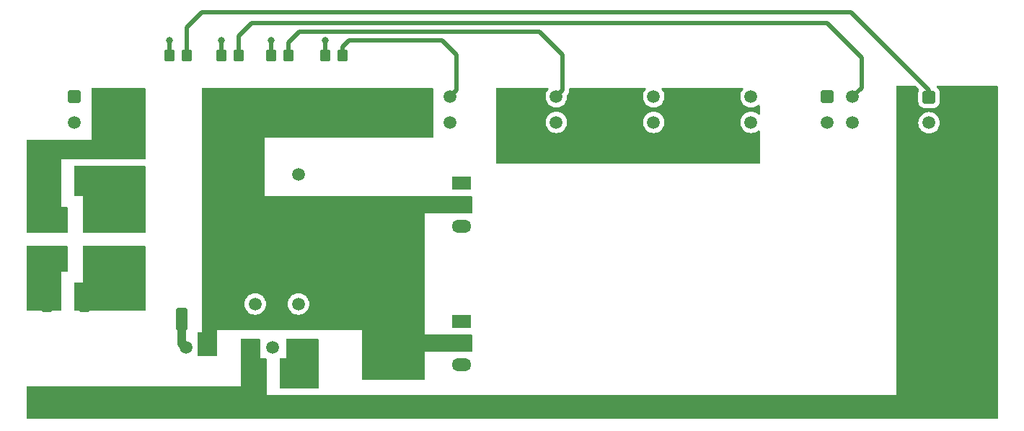
<source format=gbr>
%TF.GenerationSoftware,KiCad,Pcbnew,(6.0.1)*%
%TF.CreationDate,2022-06-01T15:29:54+03:00*%
%TF.ProjectId,Supply_Power,53757070-6c79-45f5-906f-7765722e6b69,rev?*%
%TF.SameCoordinates,Original*%
%TF.FileFunction,Copper,L2,Bot*%
%TF.FilePolarity,Positive*%
%FSLAX46Y46*%
G04 Gerber Fmt 4.6, Leading zero omitted, Abs format (unit mm)*
G04 Created by KiCad (PCBNEW (6.0.1)) date 2022-06-01 15:29:54*
%MOMM*%
%LPD*%
G01*
G04 APERTURE LIST*
G04 Aperture macros list*
%AMRoundRect*
0 Rectangle with rounded corners*
0 $1 Rounding radius*
0 $2 $3 $4 $5 $6 $7 $8 $9 X,Y pos of 4 corners*
0 Add a 4 corners polygon primitive as box body*
4,1,4,$2,$3,$4,$5,$6,$7,$8,$9,$2,$3,0*
0 Add four circle primitives for the rounded corners*
1,1,$1+$1,$2,$3*
1,1,$1+$1,$4,$5*
1,1,$1+$1,$6,$7*
1,1,$1+$1,$8,$9*
0 Add four rect primitives between the rounded corners*
20,1,$1+$1,$2,$3,$4,$5,0*
20,1,$1+$1,$4,$5,$6,$7,0*
20,1,$1+$1,$6,$7,$8,$9,0*
20,1,$1+$1,$8,$9,$2,$3,0*%
G04 Aperture macros list end*
%TA.AperFunction,ComponentPad*%
%ADD10RoundRect,0.250001X-0.499999X-0.499999X0.499999X-0.499999X0.499999X0.499999X-0.499999X0.499999X0*%
%TD*%
%TA.AperFunction,ComponentPad*%
%ADD11C,1.500000*%
%TD*%
%TA.AperFunction,ComponentPad*%
%ADD12R,2.300000X1.500000*%
%TD*%
%TA.AperFunction,ComponentPad*%
%ADD13O,2.300000X1.500000*%
%TD*%
%TA.AperFunction,SMDPad,CuDef*%
%ADD14RoundRect,0.250000X-0.400000X-1.450000X0.400000X-1.450000X0.400000X1.450000X-0.400000X1.450000X0*%
%TD*%
%TA.AperFunction,SMDPad,CuDef*%
%ADD15RoundRect,0.250000X0.350000X0.450000X-0.350000X0.450000X-0.350000X-0.450000X0.350000X-0.450000X0*%
%TD*%
%TA.AperFunction,SMDPad,CuDef*%
%ADD16RoundRect,0.250000X0.412500X1.100000X-0.412500X1.100000X-0.412500X-1.100000X0.412500X-1.100000X0*%
%TD*%
%TA.AperFunction,SMDPad,CuDef*%
%ADD17RoundRect,0.250000X-0.412500X-1.100000X0.412500X-1.100000X0.412500X1.100000X-0.412500X1.100000X0*%
%TD*%
%TA.AperFunction,SMDPad,CuDef*%
%ADD18RoundRect,0.250000X-1.100000X0.412500X-1.100000X-0.412500X1.100000X-0.412500X1.100000X0.412500X0*%
%TD*%
%TA.AperFunction,ViaPad*%
%ADD19C,0.800000*%
%TD*%
%TA.AperFunction,Conductor*%
%ADD20C,1.000000*%
%TD*%
%TA.AperFunction,Conductor*%
%ADD21C,0.500000*%
%TD*%
G04 APERTURE END LIST*
D10*
%TO.P,J7,1,Pin_1*%
%TO.N,GND*%
X124738000Y-34589000D03*
D11*
%TO.P,J7,2,Pin_2*%
%TO.N,+5V*%
X127738000Y-34589000D03*
%TO.P,J7,3,Pin_3*%
%TO.N,GND*%
X124738000Y-37589000D03*
%TO.P,J7,4,Pin_4*%
%TO.N,+5V*%
X127738000Y-37589000D03*
%TD*%
%TO.P,D3,2,-Vin*%
%TO.N,Net-(C5-Pad2)*%
X51746000Y-58928000D03*
%TO.P,D3,3,-Vin*%
X54286000Y-58928000D03*
%TO.P,D3,9*%
%TO.N,unconnected-(D3-Pad9)*%
X69526000Y-58928000D03*
%TO.P,D3,11*%
%TO.N,unconnected-(D3-Pad11)*%
X74606000Y-58928000D03*
%TO.P,D3,14,+Vout*%
%TO.N,+15V*%
X74606000Y-43688000D03*
%TO.P,D3,16,-Vout*%
%TO.N,GND*%
X69526000Y-43688000D03*
%TO.P,D3,22,+Vin*%
%TO.N,Net-(C5-Pad1)*%
X54286000Y-43688000D03*
%TO.P,D3,23,+Vin*%
X51746000Y-43688000D03*
%TD*%
D10*
%TO.P,J3,1,Pin_1*%
%TO.N,GND*%
X89432000Y-34589000D03*
D11*
%TO.P,J3,2,Pin_2*%
%TO.N,+15V*%
X92432000Y-34589000D03*
%TO.P,J3,3,Pin_3*%
%TO.N,GND*%
X89432000Y-37589000D03*
%TO.P,J3,4,Pin_4*%
%TO.N,+15V*%
X92432000Y-37589000D03*
%TD*%
D10*
%TO.P,J5,1,Pin_1*%
%TO.N,GND*%
X101878000Y-34589000D03*
D11*
%TO.P,J5,2,Pin_2*%
%TO.N,+5V*%
X104878000Y-34589000D03*
%TO.P,J5,3,Pin_3*%
%TO.N,GND*%
X101878000Y-37589000D03*
%TO.P,J5,4,Pin_4*%
%TO.N,+5V*%
X104878000Y-37589000D03*
%TD*%
D12*
%TO.P,U2,1,IN*%
%TO.N,Net-(C12-Pad1)*%
X93726000Y-60960000D03*
D13*
%TO.P,U2,2,GND*%
%TO.N,GND*%
X93726000Y-63500000D03*
%TO.P,U2,3,OUT*%
%TO.N,+3V3*%
X93726000Y-66040000D03*
%TD*%
D11*
%TO.P,D2,1,+Vin*%
%TO.N,+15V*%
X61375000Y-64032000D03*
%TO.P,D2,2,-Vin*%
%TO.N,GND*%
X63915000Y-64032000D03*
%TO.P,D2,4,-Vout*%
%TO.N,GND2*%
X68995000Y-64032000D03*
%TO.P,D2,5*%
%TO.N,N/C*%
X71565000Y-64032000D03*
%TO.P,D2,6,+Vout*%
%TO.N,+5VD*%
X74075000Y-64032000D03*
%TD*%
D12*
%TO.P,U1,1,IN*%
%TO.N,Net-(C9-Pad1)*%
X93726000Y-44704000D03*
D13*
%TO.P,U1,2,GND*%
%TO.N,GND*%
X93726000Y-47244000D03*
%TO.P,U1,3,OUT*%
%TO.N,+5V*%
X93726000Y-49784000D03*
%TD*%
D10*
%TO.P,J1,1,Pin_1*%
%TO.N,GND*%
X136676000Y-34589000D03*
D11*
%TO.P,J1,2,Pin_2*%
%TO.N,+3V3*%
X139676000Y-34589000D03*
%TO.P,J1,3,Pin_3*%
%TO.N,GND*%
X136676000Y-37589000D03*
%TO.P,J1,4,Pin_4*%
%TO.N,+3V3*%
X139676000Y-37589000D03*
%TD*%
D10*
%TO.P,J2,1,Pin_1*%
%TO.N,GNDD*%
X48284000Y-34589000D03*
D11*
%TO.P,J2,2,Pin_2*%
%TO.N,V_IN_SUPPLY*%
X51284000Y-34589000D03*
%TO.P,J2,3,Pin_3*%
%TO.N,GNDD*%
X48284000Y-37589000D03*
%TO.P,J2,4,Pin_4*%
%TO.N,V_IN_SUPPLY*%
X51284000Y-37589000D03*
%TD*%
D10*
%TO.P,J4,1,Pin_1*%
%TO.N,+5VD*%
X148638000Y-34634000D03*
D11*
%TO.P,J4,2,Pin_2*%
%TO.N,GND2*%
X151638000Y-34634000D03*
%TO.P,J4,3,Pin_3*%
%TO.N,+5VD*%
X148638000Y-37634000D03*
%TO.P,J4,4,Pin_4*%
%TO.N,GND2*%
X151638000Y-37634000D03*
%TD*%
D10*
%TO.P,J6,1,Pin_1*%
%TO.N,GND*%
X113308000Y-34589000D03*
D11*
%TO.P,J6,2,Pin_2*%
%TO.N,+5V*%
X116308000Y-34589000D03*
%TO.P,J6,3,Pin_3*%
%TO.N,GND*%
X113308000Y-37589000D03*
%TO.P,J6,4,Pin_4*%
%TO.N,+5V*%
X116308000Y-37589000D03*
%TD*%
D14*
%TO.P,L2,1*%
%TO.N,GNDD*%
X45019000Y-58166000D03*
%TO.P,L2,2*%
%TO.N,Net-(C5-Pad2)*%
X49469000Y-58166000D03*
%TD*%
D15*
%TO.P,R20,1*%
%TO.N,+5VD*%
X61452000Y-29718000D03*
%TO.P,R20,2*%
%TO.N,Net-(D7-Pad2)*%
X59452000Y-29718000D03*
%TD*%
D16*
%TO.P,C6,1*%
%TO.N,+5VD*%
X73190500Y-67056000D03*
%TO.P,C6,2*%
%TO.N,GND2*%
X70065500Y-67056000D03*
%TD*%
D15*
%TO.P,R18,1*%
%TO.N,+5V*%
X73390000Y-29718000D03*
%TO.P,R18,2*%
%TO.N,Net-(D5-Pad2)*%
X71390000Y-29718000D03*
%TD*%
%TO.P,R19,1*%
%TO.N,+3V3*%
X67548000Y-29718000D03*
%TO.P,R19,2*%
%TO.N,Net-(D6-Pad2)*%
X65548000Y-29718000D03*
%TD*%
D17*
%TO.P,C3,1*%
%TO.N,+15V*%
X60921500Y-60706000D03*
%TO.P,C3,2*%
%TO.N,GND*%
X64046500Y-60706000D03*
%TD*%
D18*
%TO.P,C5,1*%
%TO.N,Net-(C5-Pad1)*%
X53086000Y-49745500D03*
%TO.P,C5,2*%
%TO.N,Net-(C5-Pad2)*%
X53086000Y-52870500D03*
%TD*%
D14*
%TO.P,L1,1*%
%TO.N,V_IN_SUPPLY*%
X45019000Y-44450000D03*
%TO.P,L1,2*%
%TO.N,Net-(C5-Pad1)*%
X49469000Y-44450000D03*
%TD*%
D18*
%TO.P,C2,1*%
%TO.N,V_IN_SUPPLY*%
X45974000Y-49745500D03*
%TO.P,C2,2*%
%TO.N,GNDD*%
X45974000Y-52870500D03*
%TD*%
D15*
%TO.P,R17,1*%
%TO.N,+15V*%
X79740000Y-29718000D03*
%TO.P,R17,2*%
%TO.N,Net-(D4-Pad2)*%
X77740000Y-29718000D03*
%TD*%
D19*
%TO.N,GNDD*%
X45212000Y-55118000D03*
X43688000Y-56642000D03*
X43688000Y-58166000D03*
X43688000Y-55118000D03*
%TO.N,GND*%
X85598000Y-49784000D03*
X85598000Y-67310000D03*
X85598000Y-51054000D03*
X85598000Y-66294000D03*
%TO.N,+5VD*%
X75438000Y-67056000D03*
X75438000Y-65786000D03*
X75438000Y-68326000D03*
%TO.N,GND2*%
X57658000Y-69342000D03*
%TO.N,Net-(D4-Pad2)*%
X77715000Y-27931000D03*
%TO.N,Net-(D5-Pad2)*%
X71374000Y-27940000D03*
%TO.N,Net-(D6-Pad2)*%
X65532000Y-27940000D03*
%TO.N,Net-(D7-Pad2)*%
X59427000Y-27949000D03*
%TD*%
D20*
%TO.N,GNDD*%
X46010500Y-52907000D02*
X45974000Y-52870500D01*
%TO.N,+15V*%
X60921500Y-60706000D02*
X60921500Y-63578500D01*
D21*
X92432000Y-34589000D02*
X93182000Y-33839000D01*
X80518000Y-27940000D02*
X79740000Y-28718000D01*
D20*
X60921500Y-63578500D02*
X61375000Y-64032000D01*
D21*
X79740000Y-28718000D02*
X79740000Y-29718000D01*
X93182000Y-33839000D02*
X93182000Y-29691249D01*
X93182000Y-29691249D02*
X91430751Y-27940000D01*
X91430751Y-27940000D02*
X80518000Y-27940000D01*
%TO.N,+5VD*%
X61452000Y-26432000D02*
X63246000Y-24638000D01*
X61452000Y-29718000D02*
X61452000Y-26432000D01*
X139446000Y-24638000D02*
X148638000Y-33830000D01*
X63246000Y-24638000D02*
X139446000Y-24638000D01*
X148638000Y-33830000D02*
X148638000Y-34634000D01*
%TO.N,+5V*%
X105628000Y-29691249D02*
X102860751Y-26924000D01*
X74676000Y-26924000D02*
X73390000Y-28210000D01*
X73390000Y-28210000D02*
X73390000Y-29718000D01*
X105628000Y-33839000D02*
X105628000Y-29691249D01*
X102860751Y-26924000D02*
X74676000Y-26924000D01*
X104878000Y-34589000D02*
X105628000Y-33839000D01*
%TO.N,+3V3*%
X136642751Y-25908000D02*
X140716000Y-29981249D01*
X67548000Y-29718000D02*
X67548000Y-27448000D01*
X140716000Y-33549000D02*
X139676000Y-34589000D01*
X140716000Y-29981249D02*
X140716000Y-33549000D01*
X69088000Y-25908000D02*
X136642751Y-25908000D01*
X67548000Y-27448000D02*
X69088000Y-25908000D01*
%TO.N,Net-(D4-Pad2)*%
X77715000Y-27931000D02*
X77715000Y-29693000D01*
X77715000Y-29693000D02*
X77740000Y-29718000D01*
%TO.N,Net-(D5-Pad2)*%
X71390000Y-27956000D02*
X71365000Y-27931000D01*
X71390000Y-29718000D02*
X71390000Y-27956000D01*
%TO.N,Net-(D6-Pad2)*%
X65532000Y-29702000D02*
X65548000Y-29718000D01*
X65532000Y-27940000D02*
X65532000Y-29702000D01*
%TO.N,Net-(D7-Pad2)*%
X59427000Y-27949000D02*
X59427000Y-29693000D01*
X59427000Y-29693000D02*
X59452000Y-29718000D01*
%TD*%
%TA.AperFunction,Conductor*%
%TO.N,Net-(C5-Pad1)*%
G36*
X56584121Y-42692002D02*
G01*
X56630614Y-42745658D01*
X56642000Y-42798000D01*
X56642000Y-50420000D01*
X56621998Y-50488121D01*
X56568342Y-50534614D01*
X56516000Y-50546000D01*
X49402000Y-50546000D01*
X49333879Y-50525998D01*
X49287386Y-50472342D01*
X49276000Y-50420000D01*
X49276000Y-46228000D01*
X48386000Y-46228000D01*
X48317879Y-46207998D01*
X48271386Y-46154342D01*
X48260000Y-46102000D01*
X48260000Y-42798000D01*
X48280002Y-42729879D01*
X48333658Y-42683386D01*
X48386000Y-42672000D01*
X56516000Y-42672000D01*
X56584121Y-42692002D01*
G37*
%TD.AperFunction*%
%TD*%
%TA.AperFunction,Conductor*%
%TO.N,GND*%
G36*
X103923144Y-33548002D02*
G01*
X103969637Y-33601658D01*
X103979741Y-33671932D01*
X103950247Y-33736512D01*
X103944118Y-33743095D01*
X103910251Y-33776962D01*
X103907094Y-33781470D01*
X103907092Y-33781473D01*
X103800719Y-33933390D01*
X103783944Y-33957347D01*
X103781621Y-33962329D01*
X103781618Y-33962334D01*
X103762050Y-34004299D01*
X103690880Y-34156924D01*
X103633885Y-34369629D01*
X103614693Y-34589000D01*
X103633885Y-34808371D01*
X103690880Y-35021076D01*
X103693205Y-35026061D01*
X103781618Y-35215666D01*
X103781621Y-35215671D01*
X103783944Y-35220653D01*
X103910251Y-35401038D01*
X104065962Y-35556749D01*
X104246346Y-35683056D01*
X104445924Y-35776120D01*
X104658629Y-35833115D01*
X104878000Y-35852307D01*
X105097371Y-35833115D01*
X105310076Y-35776120D01*
X105509654Y-35683056D01*
X105690038Y-35556749D01*
X105845749Y-35401038D01*
X105972056Y-35220653D01*
X105974379Y-35215671D01*
X105974382Y-35215666D01*
X106062795Y-35026061D01*
X106065120Y-35021076D01*
X106122115Y-34808371D01*
X106141307Y-34589000D01*
X106131407Y-34475842D01*
X106145396Y-34406239D01*
X106160903Y-34383283D01*
X106183035Y-34357232D01*
X106189965Y-34349716D01*
X106195660Y-34344021D01*
X106213281Y-34321749D01*
X106216072Y-34318345D01*
X106258591Y-34268297D01*
X106258592Y-34268295D01*
X106263333Y-34262715D01*
X106266661Y-34256199D01*
X106270028Y-34251150D01*
X106273195Y-34246021D01*
X106277734Y-34240284D01*
X106308655Y-34174125D01*
X106310561Y-34170225D01*
X106317353Y-34156924D01*
X106343769Y-34105192D01*
X106345508Y-34098084D01*
X106347607Y-34092441D01*
X106349524Y-34086678D01*
X106352622Y-34080050D01*
X106367487Y-34008583D01*
X106368457Y-34004299D01*
X106385808Y-33933390D01*
X106386500Y-33922236D01*
X106386536Y-33922238D01*
X106386775Y-33918245D01*
X106387149Y-33914053D01*
X106388640Y-33906885D01*
X106386546Y-33829479D01*
X106386500Y-33826072D01*
X106386500Y-33654000D01*
X106406502Y-33585879D01*
X106460158Y-33539386D01*
X106512500Y-33528000D01*
X115285023Y-33528000D01*
X115353144Y-33548002D01*
X115399637Y-33601658D01*
X115409741Y-33671932D01*
X115380247Y-33736512D01*
X115374118Y-33743095D01*
X115340251Y-33776962D01*
X115337094Y-33781470D01*
X115337092Y-33781473D01*
X115230719Y-33933390D01*
X115213944Y-33957347D01*
X115211621Y-33962329D01*
X115211618Y-33962334D01*
X115192050Y-34004299D01*
X115120880Y-34156924D01*
X115063885Y-34369629D01*
X115044693Y-34589000D01*
X115063885Y-34808371D01*
X115120880Y-35021076D01*
X115123205Y-35026061D01*
X115211618Y-35215666D01*
X115211621Y-35215671D01*
X115213944Y-35220653D01*
X115340251Y-35401038D01*
X115495962Y-35556749D01*
X115676346Y-35683056D01*
X115875924Y-35776120D01*
X116088629Y-35833115D01*
X116308000Y-35852307D01*
X116527371Y-35833115D01*
X116740076Y-35776120D01*
X116939654Y-35683056D01*
X117120038Y-35556749D01*
X117275749Y-35401038D01*
X117402056Y-35220653D01*
X117404379Y-35215671D01*
X117404382Y-35215666D01*
X117492795Y-35026061D01*
X117495120Y-35021076D01*
X117552115Y-34808371D01*
X117571307Y-34589000D01*
X117552115Y-34369629D01*
X117495120Y-34156924D01*
X117423950Y-34004299D01*
X117404382Y-33962334D01*
X117404379Y-33962329D01*
X117402056Y-33957347D01*
X117385281Y-33933390D01*
X117278908Y-33781473D01*
X117278906Y-33781470D01*
X117275749Y-33776962D01*
X117241882Y-33743095D01*
X117207856Y-33680783D01*
X117212921Y-33609968D01*
X117255468Y-33553132D01*
X117321988Y-33528321D01*
X117330977Y-33528000D01*
X126715023Y-33528000D01*
X126783144Y-33548002D01*
X126829637Y-33601658D01*
X126839741Y-33671932D01*
X126810247Y-33736512D01*
X126804118Y-33743095D01*
X126770251Y-33776962D01*
X126767094Y-33781470D01*
X126767092Y-33781473D01*
X126660719Y-33933390D01*
X126643944Y-33957347D01*
X126641621Y-33962329D01*
X126641618Y-33962334D01*
X126622050Y-34004299D01*
X126550880Y-34156924D01*
X126493885Y-34369629D01*
X126474693Y-34589000D01*
X126493885Y-34808371D01*
X126550880Y-35021076D01*
X126553205Y-35026061D01*
X126641618Y-35215666D01*
X126641621Y-35215671D01*
X126643944Y-35220653D01*
X126770251Y-35401038D01*
X126925962Y-35556749D01*
X127106346Y-35683056D01*
X127305924Y-35776120D01*
X127518629Y-35833115D01*
X127738000Y-35852307D01*
X127957371Y-35833115D01*
X128170076Y-35776120D01*
X128369654Y-35683056D01*
X128550038Y-35556749D01*
X128562905Y-35543882D01*
X128625217Y-35509856D01*
X128696032Y-35514921D01*
X128752868Y-35557468D01*
X128777679Y-35623988D01*
X128778000Y-35632977D01*
X128778000Y-36545023D01*
X128757998Y-36613144D01*
X128704342Y-36659637D01*
X128634068Y-36669741D01*
X128569488Y-36640247D01*
X128562905Y-36634118D01*
X128550038Y-36621251D01*
X128538461Y-36613144D01*
X128441174Y-36545023D01*
X128369654Y-36494944D01*
X128170076Y-36401880D01*
X127957371Y-36344885D01*
X127738000Y-36325693D01*
X127518629Y-36344885D01*
X127305924Y-36401880D01*
X127212562Y-36445415D01*
X127111334Y-36492618D01*
X127111329Y-36492621D01*
X127106347Y-36494944D01*
X127101840Y-36498100D01*
X127101838Y-36498101D01*
X126930473Y-36618092D01*
X126930470Y-36618094D01*
X126925962Y-36621251D01*
X126770251Y-36776962D01*
X126643944Y-36957347D01*
X126641621Y-36962329D01*
X126641618Y-36962334D01*
X126594415Y-37063562D01*
X126550880Y-37156924D01*
X126493885Y-37369629D01*
X126474693Y-37589000D01*
X126493885Y-37808371D01*
X126550880Y-38021076D01*
X126553205Y-38026061D01*
X126641618Y-38215666D01*
X126641621Y-38215671D01*
X126643944Y-38220653D01*
X126770251Y-38401038D01*
X126925962Y-38556749D01*
X127106346Y-38683056D01*
X127305924Y-38776120D01*
X127518629Y-38833115D01*
X127738000Y-38852307D01*
X127957371Y-38833115D01*
X128170076Y-38776120D01*
X128369654Y-38683056D01*
X128550038Y-38556749D01*
X128562905Y-38543882D01*
X128625217Y-38509856D01*
X128696032Y-38514921D01*
X128752868Y-38557468D01*
X128777679Y-38623988D01*
X128778000Y-38632977D01*
X128778000Y-42292000D01*
X128757998Y-42360121D01*
X128704342Y-42406614D01*
X128652000Y-42418000D01*
X97916000Y-42418000D01*
X97847879Y-42397998D01*
X97801386Y-42344342D01*
X97790000Y-42292000D01*
X97790000Y-37589000D01*
X103614693Y-37589000D01*
X103633885Y-37808371D01*
X103690880Y-38021076D01*
X103693205Y-38026061D01*
X103781618Y-38215666D01*
X103781621Y-38215671D01*
X103783944Y-38220653D01*
X103910251Y-38401038D01*
X104065962Y-38556749D01*
X104246346Y-38683056D01*
X104445924Y-38776120D01*
X104658629Y-38833115D01*
X104878000Y-38852307D01*
X105097371Y-38833115D01*
X105310076Y-38776120D01*
X105509654Y-38683056D01*
X105690038Y-38556749D01*
X105845749Y-38401038D01*
X105972056Y-38220653D01*
X105974379Y-38215671D01*
X105974382Y-38215666D01*
X106062795Y-38026061D01*
X106065120Y-38021076D01*
X106122115Y-37808371D01*
X106141307Y-37589000D01*
X115044693Y-37589000D01*
X115063885Y-37808371D01*
X115120880Y-38021076D01*
X115123205Y-38026061D01*
X115211618Y-38215666D01*
X115211621Y-38215671D01*
X115213944Y-38220653D01*
X115340251Y-38401038D01*
X115495962Y-38556749D01*
X115676346Y-38683056D01*
X115875924Y-38776120D01*
X116088629Y-38833115D01*
X116308000Y-38852307D01*
X116527371Y-38833115D01*
X116740076Y-38776120D01*
X116939654Y-38683056D01*
X117120038Y-38556749D01*
X117275749Y-38401038D01*
X117402056Y-38220653D01*
X117404379Y-38215671D01*
X117404382Y-38215666D01*
X117492795Y-38026061D01*
X117495120Y-38021076D01*
X117552115Y-37808371D01*
X117571307Y-37589000D01*
X117552115Y-37369629D01*
X117495120Y-37156924D01*
X117451585Y-37063562D01*
X117404382Y-36962334D01*
X117404379Y-36962329D01*
X117402056Y-36957347D01*
X117275749Y-36776962D01*
X117120038Y-36621251D01*
X117108461Y-36613144D01*
X117011174Y-36545023D01*
X116939654Y-36494944D01*
X116740076Y-36401880D01*
X116527371Y-36344885D01*
X116308000Y-36325693D01*
X116088629Y-36344885D01*
X115875924Y-36401880D01*
X115782562Y-36445415D01*
X115681334Y-36492618D01*
X115681329Y-36492621D01*
X115676347Y-36494944D01*
X115671840Y-36498100D01*
X115671838Y-36498101D01*
X115500473Y-36618092D01*
X115500470Y-36618094D01*
X115495962Y-36621251D01*
X115340251Y-36776962D01*
X115213944Y-36957347D01*
X115211621Y-36962329D01*
X115211618Y-36962334D01*
X115164415Y-37063562D01*
X115120880Y-37156924D01*
X115063885Y-37369629D01*
X115044693Y-37589000D01*
X106141307Y-37589000D01*
X106122115Y-37369629D01*
X106065120Y-37156924D01*
X106021585Y-37063562D01*
X105974382Y-36962334D01*
X105974379Y-36962329D01*
X105972056Y-36957347D01*
X105845749Y-36776962D01*
X105690038Y-36621251D01*
X105678461Y-36613144D01*
X105581174Y-36545023D01*
X105509654Y-36494944D01*
X105310076Y-36401880D01*
X105097371Y-36344885D01*
X104878000Y-36325693D01*
X104658629Y-36344885D01*
X104445924Y-36401880D01*
X104352562Y-36445415D01*
X104251334Y-36492618D01*
X104251329Y-36492621D01*
X104246347Y-36494944D01*
X104241840Y-36498100D01*
X104241838Y-36498101D01*
X104070473Y-36618092D01*
X104070470Y-36618094D01*
X104065962Y-36621251D01*
X103910251Y-36776962D01*
X103783944Y-36957347D01*
X103781621Y-36962329D01*
X103781618Y-36962334D01*
X103734415Y-37063562D01*
X103690880Y-37156924D01*
X103633885Y-37369629D01*
X103614693Y-37589000D01*
X97790000Y-37589000D01*
X97790000Y-33654000D01*
X97810002Y-33585879D01*
X97863658Y-33539386D01*
X97916000Y-33528000D01*
X103855023Y-33528000D01*
X103923144Y-33548002D01*
G37*
%TD.AperFunction*%
%TD*%
%TA.AperFunction,Conductor*%
%TO.N,GND2*%
G36*
X70046121Y-63012002D02*
G01*
X70092614Y-63065658D01*
X70104000Y-63118000D01*
X70104000Y-65278000D01*
X70740000Y-65278000D01*
X70808121Y-65298002D01*
X70854614Y-65351658D01*
X70866000Y-65404000D01*
X70866000Y-68834000D01*
X67818000Y-68834000D01*
X67818000Y-63118000D01*
X67838002Y-63049879D01*
X67891658Y-63003386D01*
X67944000Y-62992000D01*
X69978000Y-62992000D01*
X70046121Y-63012002D01*
G37*
%TD.AperFunction*%
%TD*%
%TA.AperFunction,Conductor*%
%TO.N,GND2*%
G36*
X147025250Y-33294002D02*
G01*
X147046224Y-33310905D01*
X147416160Y-33680841D01*
X147450186Y-33743153D01*
X147445328Y-33811077D01*
X147445885Y-33811262D01*
X147444480Y-33815499D01*
X147444478Y-33815503D01*
X147397431Y-33957347D01*
X147390203Y-33979139D01*
X147379500Y-34083600D01*
X147379500Y-35184400D01*
X147379837Y-35187646D01*
X147379837Y-35187650D01*
X147385670Y-35243861D01*
X147390474Y-35290165D01*
X147446450Y-35457945D01*
X147539522Y-35608348D01*
X147664697Y-35733305D01*
X147670927Y-35737145D01*
X147670928Y-35737146D01*
X147808090Y-35821694D01*
X147815262Y-35826115D01*
X147879736Y-35847500D01*
X147976611Y-35879632D01*
X147976613Y-35879632D01*
X147983139Y-35881797D01*
X147989975Y-35882497D01*
X147989978Y-35882498D01*
X148033031Y-35886909D01*
X148087600Y-35892500D01*
X149188400Y-35892500D01*
X149191646Y-35892163D01*
X149191650Y-35892163D01*
X149287307Y-35882238D01*
X149287311Y-35882237D01*
X149294165Y-35881526D01*
X149300701Y-35879345D01*
X149300703Y-35879345D01*
X149439270Y-35833115D01*
X149461945Y-35825550D01*
X149612348Y-35732478D01*
X149737305Y-35607303D01*
X149741146Y-35601072D01*
X149826275Y-35462968D01*
X149826276Y-35462966D01*
X149830115Y-35456738D01*
X149885797Y-35288861D01*
X149896500Y-35184400D01*
X149896500Y-34083600D01*
X149891831Y-34038600D01*
X149886238Y-33984693D01*
X149886237Y-33984689D01*
X149885526Y-33977835D01*
X149829550Y-33810055D01*
X149736478Y-33659652D01*
X149691400Y-33614652D01*
X149616483Y-33539866D01*
X149611303Y-33534695D01*
X149566795Y-33507259D01*
X149519302Y-33454488D01*
X149507878Y-33384416D01*
X149536152Y-33319293D01*
X149595146Y-33279793D01*
X149632911Y-33274000D01*
X156592000Y-33274000D01*
X156660121Y-33294002D01*
X156706614Y-33347658D01*
X156718000Y-33400000D01*
X156718000Y-72264000D01*
X156697998Y-72332121D01*
X156644342Y-72378614D01*
X156592000Y-72390000D01*
X42798000Y-72390000D01*
X42729879Y-72369998D01*
X42683386Y-72316342D01*
X42672000Y-72264000D01*
X42672000Y-68706000D01*
X42692002Y-68637879D01*
X42745658Y-68591386D01*
X42798000Y-68580000D01*
X70866000Y-68580000D01*
X70866000Y-69596000D01*
X144780000Y-69596000D01*
X144780000Y-37634000D01*
X147374693Y-37634000D01*
X147393885Y-37853371D01*
X147450880Y-38066076D01*
X147453205Y-38071061D01*
X147541618Y-38260666D01*
X147541621Y-38260671D01*
X147543944Y-38265653D01*
X147547100Y-38270160D01*
X147547101Y-38270162D01*
X147638742Y-38401038D01*
X147670251Y-38446038D01*
X147825962Y-38601749D01*
X148006346Y-38728056D01*
X148205924Y-38821120D01*
X148418629Y-38878115D01*
X148638000Y-38897307D01*
X148857371Y-38878115D01*
X149070076Y-38821120D01*
X149269654Y-38728056D01*
X149450038Y-38601749D01*
X149605749Y-38446038D01*
X149637259Y-38401038D01*
X149728899Y-38270162D01*
X149728900Y-38270160D01*
X149732056Y-38265653D01*
X149734379Y-38260671D01*
X149734382Y-38260666D01*
X149822795Y-38071061D01*
X149825120Y-38066076D01*
X149882115Y-37853371D01*
X149901307Y-37634000D01*
X149882115Y-37414629D01*
X149825120Y-37201924D01*
X149781585Y-37108562D01*
X149734382Y-37007334D01*
X149734379Y-37007329D01*
X149732056Y-37002347D01*
X149605749Y-36821962D01*
X149450038Y-36666251D01*
X149269654Y-36539944D01*
X149070076Y-36446880D01*
X148857371Y-36389885D01*
X148638000Y-36370693D01*
X148418629Y-36389885D01*
X148205924Y-36446880D01*
X148112562Y-36490415D01*
X148011334Y-36537618D01*
X148011329Y-36537621D01*
X148006347Y-36539944D01*
X148001840Y-36543100D01*
X148001838Y-36543101D01*
X147830473Y-36663092D01*
X147830470Y-36663094D01*
X147825962Y-36666251D01*
X147670251Y-36821962D01*
X147543944Y-37002347D01*
X147541621Y-37007329D01*
X147541618Y-37007334D01*
X147494415Y-37108562D01*
X147450880Y-37201924D01*
X147393885Y-37414629D01*
X147374693Y-37634000D01*
X144780000Y-37634000D01*
X144780000Y-33400000D01*
X144800002Y-33331879D01*
X144853658Y-33285386D01*
X144906000Y-33274000D01*
X146957129Y-33274000D01*
X147025250Y-33294002D01*
G37*
%TD.AperFunction*%
%TD*%
%TA.AperFunction,Conductor*%
%TO.N,+5VD*%
G36*
X76904121Y-63012002D02*
G01*
X76950614Y-63065658D01*
X76962000Y-63118000D01*
X76962000Y-68708000D01*
X76941998Y-68776121D01*
X76888342Y-68822614D01*
X76836000Y-68834000D01*
X72516000Y-68834000D01*
X72447879Y-68813998D01*
X72401386Y-68760342D01*
X72390000Y-68708000D01*
X72390000Y-65404000D01*
X72410002Y-65335879D01*
X72463658Y-65289386D01*
X72516000Y-65278000D01*
X73152000Y-65278000D01*
X73152000Y-63118000D01*
X73172002Y-63049879D01*
X73225658Y-63003386D01*
X73278000Y-62992000D01*
X76836000Y-62992000D01*
X76904121Y-63012002D01*
G37*
%TD.AperFunction*%
%TD*%
%TA.AperFunction,Conductor*%
%TO.N,Net-(C5-Pad2)*%
G36*
X56584121Y-52090002D02*
G01*
X56630614Y-52143658D01*
X56642000Y-52196000D01*
X56642000Y-59564000D01*
X56621998Y-59632121D01*
X56568342Y-59678614D01*
X56516000Y-59690000D01*
X48386000Y-59690000D01*
X48317879Y-59669998D01*
X48271386Y-59616342D01*
X48260000Y-59564000D01*
X48260000Y-56514000D01*
X48280002Y-56445879D01*
X48333658Y-56399386D01*
X48386000Y-56388000D01*
X49276000Y-56388000D01*
X49276000Y-52196000D01*
X49296002Y-52127879D01*
X49349658Y-52081386D01*
X49402000Y-52070000D01*
X56516000Y-52070000D01*
X56584121Y-52090002D01*
G37*
%TD.AperFunction*%
%TD*%
%TA.AperFunction,Conductor*%
%TO.N,V_IN_SUPPLY*%
G36*
X56584121Y-33548002D02*
G01*
X56630614Y-33601658D01*
X56642000Y-33654000D01*
X56642000Y-41784000D01*
X56621998Y-41852121D01*
X56568342Y-41898614D01*
X56516000Y-41910000D01*
X46736000Y-41910000D01*
X46736000Y-47498000D01*
X47372000Y-47498000D01*
X47440121Y-47518002D01*
X47486614Y-47571658D01*
X47498000Y-47624000D01*
X47498000Y-50420000D01*
X47477998Y-50488121D01*
X47424342Y-50534614D01*
X47372000Y-50546000D01*
X42798000Y-50546000D01*
X42729879Y-50525998D01*
X42683386Y-50472342D01*
X42672000Y-50420000D01*
X42672000Y-39750000D01*
X42692002Y-39681879D01*
X42745658Y-39635386D01*
X42798000Y-39624000D01*
X50292000Y-39624000D01*
X50292000Y-33654000D01*
X50312002Y-33585879D01*
X50365658Y-33539386D01*
X50418000Y-33528000D01*
X56516000Y-33528000D01*
X56584121Y-33548002D01*
G37*
%TD.AperFunction*%
%TD*%
%TA.AperFunction,Conductor*%
%TO.N,GND*%
G36*
X90366121Y-33548002D02*
G01*
X90412614Y-33601658D01*
X90424000Y-33654000D01*
X90424000Y-39244000D01*
X90403998Y-39312121D01*
X90350342Y-39358614D01*
X90298000Y-39370000D01*
X70612000Y-39370000D01*
X70612000Y-43180000D01*
X63246000Y-43180000D01*
X63246000Y-33654000D01*
X63266002Y-33585879D01*
X63319658Y-33539386D01*
X63372000Y-33528000D01*
X90298000Y-33528000D01*
X90366121Y-33548002D01*
G37*
%TD.AperFunction*%
%TD*%
%TA.AperFunction,Conductor*%
%TO.N,GND*%
G36*
X94938121Y-46248002D02*
G01*
X94984614Y-46301658D01*
X94996000Y-46354000D01*
X94996000Y-48134000D01*
X94975998Y-48202121D01*
X94922342Y-48248614D01*
X94870000Y-48260000D01*
X89408000Y-48260000D01*
X89408000Y-62738000D01*
X82042000Y-62738000D01*
X82042000Y-46228000D01*
X94870000Y-46228000D01*
X94938121Y-46248002D01*
G37*
%TD.AperFunction*%
%TD*%
%TA.AperFunction,Conductor*%
%TO.N,GNDD*%
G36*
X47440121Y-52090002D02*
G01*
X47486614Y-52143658D01*
X47498000Y-52196000D01*
X47498000Y-54992000D01*
X47477998Y-55060121D01*
X47424342Y-55106614D01*
X47372000Y-55118000D01*
X46736000Y-55118000D01*
X46736000Y-59564000D01*
X46715998Y-59632121D01*
X46662342Y-59678614D01*
X46610000Y-59690000D01*
X42798000Y-59690000D01*
X42729879Y-59669998D01*
X42683386Y-59616342D01*
X42672000Y-59564000D01*
X42672000Y-52196000D01*
X42692002Y-52127879D01*
X42745658Y-52081386D01*
X42798000Y-52070000D01*
X47372000Y-52070000D01*
X47440121Y-52090002D01*
G37*
%TD.AperFunction*%
%TD*%
%TA.AperFunction,Conductor*%
%TO.N,GND*%
G36*
X70612000Y-46228000D02*
G01*
X82296000Y-46228000D01*
X82296000Y-61976000D01*
X65024000Y-61976000D01*
X65024000Y-64898000D01*
X65003998Y-64966121D01*
X64950342Y-65012614D01*
X64898000Y-65024000D01*
X62864000Y-65024000D01*
X62795879Y-65003998D01*
X62749386Y-64950342D01*
X62738000Y-64898000D01*
X62738000Y-62356000D01*
X62758002Y-62287879D01*
X62811658Y-62241386D01*
X62864000Y-62230000D01*
X63246000Y-62230000D01*
X63246000Y-58928000D01*
X68262693Y-58928000D01*
X68281885Y-59147371D01*
X68338880Y-59360076D01*
X68341205Y-59365061D01*
X68429618Y-59554666D01*
X68429621Y-59554671D01*
X68431944Y-59559653D01*
X68558251Y-59740038D01*
X68713962Y-59895749D01*
X68894346Y-60022056D01*
X69093924Y-60115120D01*
X69306629Y-60172115D01*
X69526000Y-60191307D01*
X69745371Y-60172115D01*
X69958076Y-60115120D01*
X70157654Y-60022056D01*
X70338038Y-59895749D01*
X70493749Y-59740038D01*
X70620056Y-59559653D01*
X70622379Y-59554671D01*
X70622382Y-59554666D01*
X70710795Y-59365061D01*
X70713120Y-59360076D01*
X70770115Y-59147371D01*
X70789307Y-58928000D01*
X73342693Y-58928000D01*
X73361885Y-59147371D01*
X73418880Y-59360076D01*
X73421205Y-59365061D01*
X73509618Y-59554666D01*
X73509621Y-59554671D01*
X73511944Y-59559653D01*
X73638251Y-59740038D01*
X73793962Y-59895749D01*
X73974346Y-60022056D01*
X74173924Y-60115120D01*
X74386629Y-60172115D01*
X74606000Y-60191307D01*
X74825371Y-60172115D01*
X75038076Y-60115120D01*
X75237654Y-60022056D01*
X75418038Y-59895749D01*
X75573749Y-59740038D01*
X75700056Y-59559653D01*
X75702379Y-59554671D01*
X75702382Y-59554666D01*
X75790795Y-59365061D01*
X75793120Y-59360076D01*
X75850115Y-59147371D01*
X75869307Y-58928000D01*
X75850115Y-58708629D01*
X75793120Y-58495924D01*
X75749585Y-58402562D01*
X75702382Y-58301334D01*
X75702379Y-58301329D01*
X75700056Y-58296347D01*
X75573749Y-58115962D01*
X75418038Y-57960251D01*
X75237654Y-57833944D01*
X75038076Y-57740880D01*
X74825371Y-57683885D01*
X74606000Y-57664693D01*
X74386629Y-57683885D01*
X74173924Y-57740880D01*
X74080562Y-57784415D01*
X73979334Y-57831618D01*
X73979329Y-57831621D01*
X73974347Y-57833944D01*
X73969840Y-57837100D01*
X73969838Y-57837101D01*
X73798473Y-57957092D01*
X73798470Y-57957094D01*
X73793962Y-57960251D01*
X73638251Y-58115962D01*
X73511944Y-58296347D01*
X73509621Y-58301329D01*
X73509618Y-58301334D01*
X73462415Y-58402562D01*
X73418880Y-58495924D01*
X73361885Y-58708629D01*
X73342693Y-58928000D01*
X70789307Y-58928000D01*
X70770115Y-58708629D01*
X70713120Y-58495924D01*
X70669585Y-58402562D01*
X70622382Y-58301334D01*
X70622379Y-58301329D01*
X70620056Y-58296347D01*
X70493749Y-58115962D01*
X70338038Y-57960251D01*
X70157654Y-57833944D01*
X69958076Y-57740880D01*
X69745371Y-57683885D01*
X69526000Y-57664693D01*
X69306629Y-57683885D01*
X69093924Y-57740880D01*
X69000562Y-57784415D01*
X68899334Y-57831618D01*
X68899329Y-57831621D01*
X68894347Y-57833944D01*
X68889840Y-57837100D01*
X68889838Y-57837101D01*
X68718473Y-57957092D01*
X68718470Y-57957094D01*
X68713962Y-57960251D01*
X68558251Y-58115962D01*
X68431944Y-58296347D01*
X68429621Y-58301329D01*
X68429618Y-58301334D01*
X68382415Y-58402562D01*
X68338880Y-58495924D01*
X68281885Y-58708629D01*
X68262693Y-58928000D01*
X63246000Y-58928000D01*
X63246000Y-42672000D01*
X70612000Y-42672000D01*
X70612000Y-46228000D01*
G37*
%TD.AperFunction*%
%TD*%
%TA.AperFunction,Conductor*%
%TO.N,GND*%
G36*
X94938121Y-62504002D02*
G01*
X94984614Y-62557658D01*
X94996000Y-62610000D01*
X94996000Y-64390000D01*
X94975998Y-64458121D01*
X94922342Y-64504614D01*
X94870000Y-64516000D01*
X89408000Y-64516000D01*
X89408000Y-67692000D01*
X89387998Y-67760121D01*
X89334342Y-67806614D01*
X89282000Y-67818000D01*
X82168000Y-67818000D01*
X82099879Y-67797998D01*
X82053386Y-67744342D01*
X82042000Y-67692000D01*
X82042000Y-62484000D01*
X94870000Y-62484000D01*
X94938121Y-62504002D01*
G37*
%TD.AperFunction*%
%TD*%
M02*

</source>
